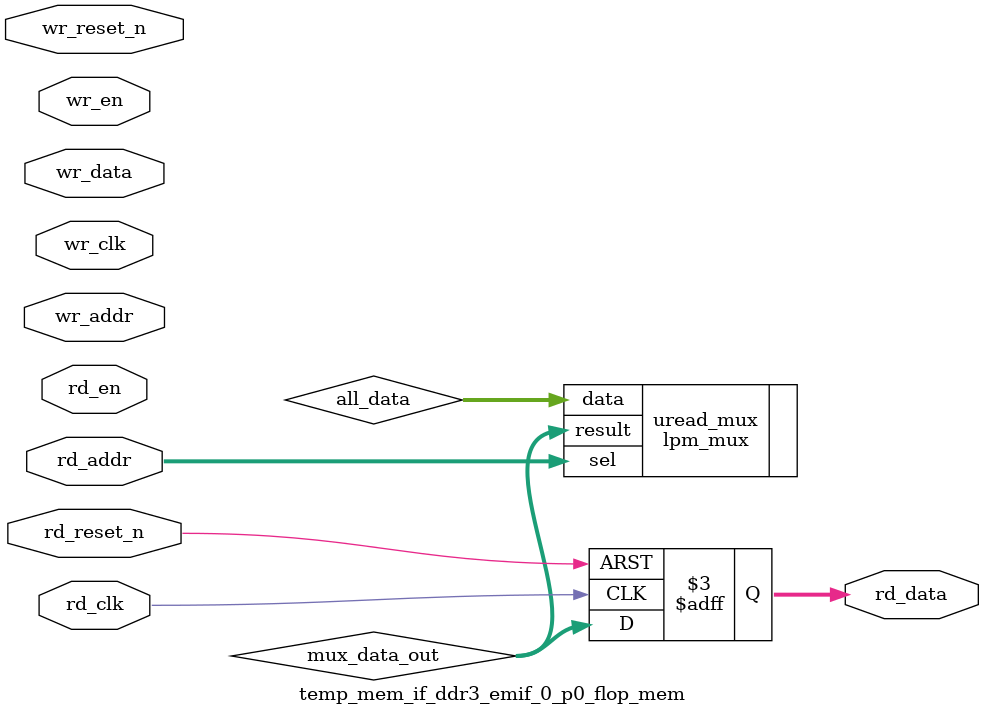
<source format=v>



`timescale 1 ps / 1 ps

(* altera_attribute = "-name ALLOW_SYNCH_CTRL_USAGE ON;-name AUTO_CLOCK_ENABLE_RECOGNITION ON" *)
module temp_mem_if_ddr3_emif_0_p0_flop_mem(
	wr_reset_n,
	wr_clk,
	wr_en,
	wr_addr,
	wr_data,
	rd_reset_n,
	rd_clk,
	rd_en,
	rd_addr,
	rd_data
);

parameter WRITE_MEM_DEPTH	= "";
parameter WRITE_ADDR_WIDTH	= "";
parameter WRITE_DATA_WIDTH	= "";
parameter READ_MEM_DEPTH	= "";
parameter READ_ADDR_WIDTH	= "";		 
parameter READ_DATA_WIDTH	= "";


input	wr_reset_n;
input	wr_clk;
input	wr_en;
input	[WRITE_ADDR_WIDTH-1:0] wr_addr;
input	[WRITE_DATA_WIDTH-1:0] wr_data;
input	rd_reset_n;
input	rd_clk;
input	rd_en;
input	[READ_ADDR_WIDTH-1:0] rd_addr;
output	[READ_DATA_WIDTH-1:0] rd_data;



wire	[WRITE_DATA_WIDTH*WRITE_MEM_DEPTH-1:0] all_data;
wire	[READ_DATA_WIDTH-1:0] mux_data_out;



// declare a memory with WRITE_MEM_DEPTH entries
// each entry contains a data size of WRITE_DATA_WIDTH
reg	[WRITE_DATA_WIDTH-1:0] data_stored [0:WRITE_MEM_DEPTH-1] /* synthesis syn_preserve = 1 */;
reg	[READ_DATA_WIDTH-1:0] rd_data;

generate
genvar entry;
	for (entry=0; entry < WRITE_MEM_DEPTH; entry=entry+1)
	begin: mem_location
		assign all_data[(WRITE_DATA_WIDTH*(entry+1)-1) : (WRITE_DATA_WIDTH*entry)] = data_stored[entry]; 
		
		always @(posedge wr_clk or negedge wr_reset_n)
		begin
			if (~wr_reset_n) begin
				data_stored[entry] <= {WRITE_DATA_WIDTH{1'b0}};
			end else begin
				if (wr_en) begin
					if (entry == wr_addr) begin
						data_stored[entry] <= wr_data;
					end
				end
			end
		end		
	end
endgenerate

// mux to select the correct output data based on read address
lpm_mux	uread_mux(
	.sel (rd_addr),
	.data (all_data),
	.result (mux_data_out)
	// synopsys translate_off
	,
	.aclr (),
	.clken (),
	.clock ()
	// synopsys translate_on
	);
 defparam uread_mux.lpm_size = READ_MEM_DEPTH;
 defparam uread_mux.lpm_type = "LPM_MUX";
 defparam uread_mux.lpm_width = READ_DATA_WIDTH;
 defparam uread_mux.lpm_widths = READ_ADDR_WIDTH;

always @(posedge rd_clk or negedge rd_reset_n)	
begin
	if (~rd_reset_n) begin
		rd_data <= {READ_DATA_WIDTH{1'b0}};
	end else begin
		rd_data <= mux_data_out;
	end
end

endmodule

</source>
